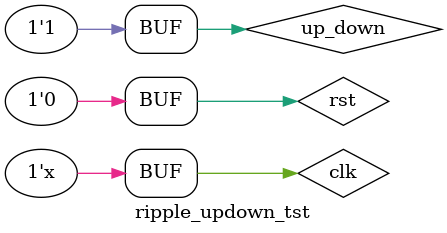
<source format=v>
`timescale 1ns / 1ps


module ripple_updown_tst;

	// Inputs
	reg clk;
	reg rst;
	reg up_down;

	// Outputs
	wire [3:0] q;

	// Instantiate the Unit Under Test (UUT)
	ripple_updown uut (
		.clk(clk), 
		.rst(rst), 
		.up_down(up_down), 
		.q(q)
	);

	initial begin
		// Initialize Inputs
		clk = 1;
		rst = 1;
		up_down = 0;

		// Wait 100 ns for global reset to finish
		#10;
        
		// Add stimulus here
		rst=0; up_down=0;
		#160;
		rst=0; up_down=1;

	end
      always #5 clk=~clk;
endmodule


</source>
